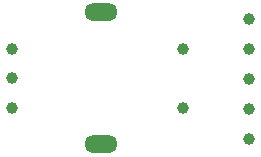
<source format=gbr>
%TF.GenerationSoftware,KiCad,Pcbnew,7.0.6*%
%TF.CreationDate,2023-09-12T23:14:50-07:00*%
%TF.ProjectId,Rotary Encoder Board,526f7461-7279-4204-956e-636f64657220,rev?*%
%TF.SameCoordinates,Original*%
%TF.FileFunction,Plated,1,2,PTH,Mixed*%
%TF.FilePolarity,Positive*%
%FSLAX46Y46*%
G04 Gerber Fmt 4.6, Leading zero omitted, Abs format (unit mm)*
G04 Created by KiCad (PCBNEW 7.0.6) date 2023-09-12 23:14:50*
%MOMM*%
%LPD*%
G01*
G04 APERTURE LIST*
%TA.AperFunction,ComponentDrill*%
%ADD10C,1.000000*%
%TD*%
G04 aperture for slot hole*
%TA.AperFunction,ComponentDrill*%
%ADD11O,2.800000X1.500000*%
%TD*%
G04 APERTURE END LIST*
D10*
%TO.C,SW1*%
X132089000Y-84507000D03*
X132089000Y-87007000D03*
X132089000Y-89507000D03*
X146589000Y-84507000D03*
X146589000Y-89507000D03*
%TO.C,J1*%
X152151190Y-81950000D03*
X152151190Y-84490000D03*
X152151190Y-87030000D03*
X152151190Y-89570000D03*
X152151190Y-92110000D03*
D11*
%TO.C,SW1*%
X139589000Y-81407000D03*
X139589000Y-92607000D03*
M02*

</source>
